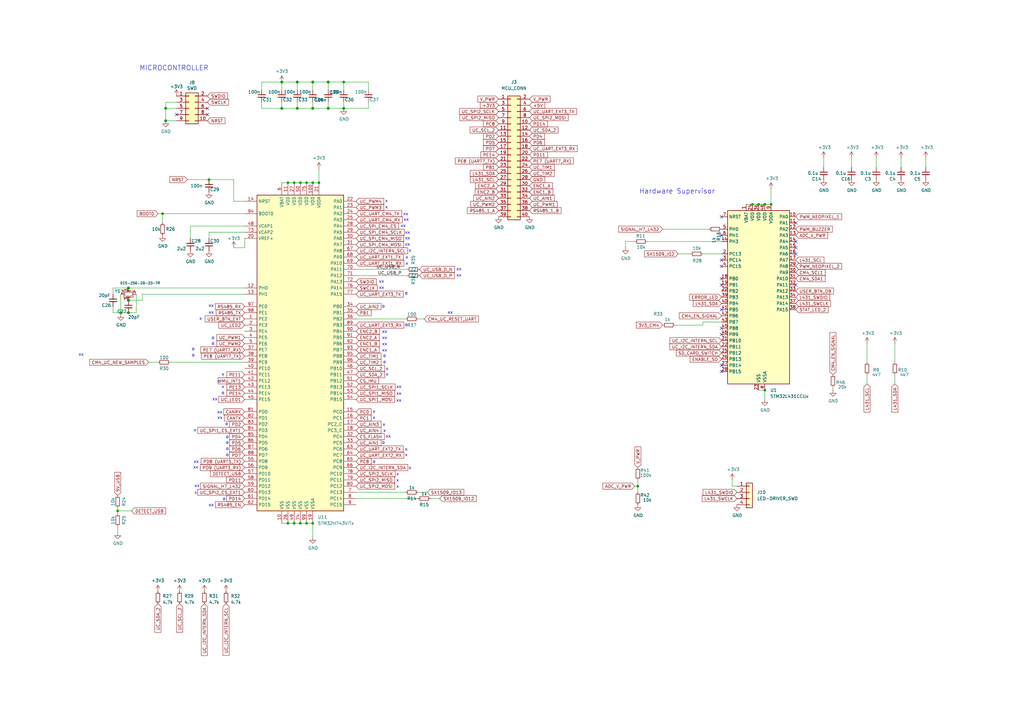
<source format=kicad_sch>
(kicad_sch (version 20250114) (generator "eeschema") (generator_version "9.0")
  (paper "A3")
  (text "xx" (at -33.274 4.572 0) (effects (font (size 1.27 1.27))))
  (text "o" (at 87.376 140.97 0) (effects (font (size 1.27 1.27))))
  (text "o" (at 92.964 173.99 0) (effects (font (size 1.27 1.27))))
  (text "xx" (at 163.576 164.338 0) (effects (font (size 1.27 1.27))))
  (text "MICROCONTROLLER" (at 57.15 29.21 0) (effects (font (size 2 2)) (justify left bottom)))
  (text "xx" (at 184.658 128.27 0) (effects (font (size 1.27 1.27))))
  (text "o" (at 93.218 186.69 0) (effects (font (size 1.27 1.27))))
  (text "o" (at 93.218 179.324 0) (effects (font (size 1.27 1.27))))
  (text "x" (at 91.44 158.75 0) (effects (font (size 1.27 1.27))))
  (text "x" (at 153.416 168.91 0) (effects (font (size 1.27 1.27))))
  (text "o" (at 157.734 146.05 0) (effects (font (size 1.27 1.27))))
  (text "x" (at 157.734 176.784 0) (effects (font (size 1.27 1.27))))
  (text "xx" (at 157.734 143.764 0) (effects (font (size 1.27 1.27))))
  (text "xx" (at 188.214 113.03 0) (effects (font (size 1.27 1.27))))
  (text "o" (at 89.916 156.464 0) (effects (font (size 1.27 1.27))))
  (text "o" (at 87.376 138.684 0) (effects (font (size 1.27 1.27))))
  (text "xx" (at 159.258 179.07 0) (effects (font (size 1.27 1.27))))
  (text "x" (at 158.75 153.67 0) (effects (font (size 1.27 1.27))))
  (text "o" (at 157.226 125.73 0) (effects (font (size 1.27 1.27))))
  (text "x" (at 158.75 151.384 0) (effects (font (size 1.27 1.27))))
  (text "x" (at 163.068 197.104 0) (effects (font (size 1.27 1.27))))
  (text "x" (at 91.44 153.67 0) (effects (font (size 1.27 1.27))))
  (text "o" (at 93.218 181.61 0) (effects (font (size 1.27 1.27))))
  (text "o" (at 157.226 181.61 0) (effects (font (size 1.27 1.27))))
  (text "xx" (at 156.464 115.57 0) (effects (font (size 1.27 1.27))))
  (text "x" (at 158.496 85.09 0) (effects (font (size 1.27 1.27))))
  (text "xx" (at 86.614 207.264 0) (effects (font (size 1.27 1.27))))
  (text "o" (at 91.948 204.724 0) (effects (font (size 1.27 1.27))))
  (text "xx" (at 33.274 145.542 0) (effects (font (size 1.27 1.27))))
  (text "xx" (at 163.576 158.75 0) (effects (font (size 1.27 1.27))))
  (text "o" (at 93.218 184.15 0) (effects (font (size 1.27 1.27))))
  (text "x" (at 166.878 108.204 0) (effects (font (size 1.27 1.27))))
  (text "xx" (at 80.518 189.484 0) (effects (font (size 1.27 1.27))))
  (text "xx" (at 167.132 97.79 0) (effects (font (size 1.27 1.27))))
  (text "o" (at 166.624 133.35 0) (effects (font (size 1.27 1.27))))
  (text "xx" (at 167.132 95.504 0) (effects (font (size 1.27 1.27))))
  (text "xx" (at 166.37 87.884 0) (effects (font (size 1.27 1.27))))
  (text "o" (at -36.068 1.778 0) (effects (font (size 1.27 1.27))))
  (text "xx" (at -33.274 7.112 0) (effects (font (size 1.27 1.27))))
  (text "xx" (at 157.734 136.144 0) (effects (font (size 1.27 1.27))))
  (text "xx" (at 90.17 169.164 0) (effects (font (size 1.27 1.27))))
  (text "xx" (at 86.614 128.27 0) (effects (font (size 1.27 1.27))))
  (text "x" (at 80.01 176.53 0) (effects (font (size 1.27 1.27))))
  (text "o" (at 166.624 120.396 0) (effects (font (size 1.27 1.27))))
  (text "x" (at 166.624 184.404 0) (effects (font (size 1.27 1.27))))
  (text "xx" (at 80.264 191.77 0) (effects (font (size 1.27 1.27))))
  (text "xx" (at 156.464 118.11 0) (effects (font (size 1.27 1.27))))
  (text "x" (at 157.48 174.244 0) (effects (font (size 1.27 1.27))))
  (text "xx" (at 90.17 171.45 0) (effects (font (size 1.27 1.27))))
  (text "xx" (at 166.624 90.17 0) (effects (font (size 1.27 1.27))))
  (text "o" (at 153.416 189.484 0) (effects (font (size 1.27 1.27))))
  (text "x" (at 166.624 186.69 0) (effects (font (size 1.27 1.27))))
  (text "x" (at 158.496 82.55 0) (effects (font (size 1.27 1.27))))
  (text "x" (at 168.148 192.024 0) (effects (font (size 1.27 1.27))))
  (text "o" (at 91.44 161.29 0) (effects (font (size 1.27 1.27))))
  (text "x" (at 168.148 102.87 0) (effects (font (size 1.27 1.27))))
  (text "x" (at -32.766 -8.382 0) (effects (font (size 1.27 1.27))))
  (text "x" (at 163.068 199.644 0) (effects (font (size 1.27 1.27))))
  (text "xx" (at 165.354 92.71 0) (effects (font (size 1.27 1.27))))
  (text "x" (at -32.766 -5.08 0) (effects (font (size 1.27 1.27))))
  (text "xx" (at 157.734 141.224 0) (effects (font (size 1.27 1.27))))
  (text "o" (at 79.248 143.256 0) (effects (font (size 1.27 1.27))))
  (text "xx" (at 80.772 199.39 0) (effects (font (size 1.27 1.27))))
  (text "x" (at 153.416 171.45 0) (effects (font (size 1.27 1.27))))
  (text "Hardware Supervisor" (at 262.128 79.756 0) (effects (font (size 2 2)) (justify left bottom)))
  (text "x" (at 80.264 202.184 0) (effects (font (size 1.27 1.27))))
  (text "x" (at 82.296 130.81 0) (effects (font (size 1.27 1.27))))
  (text "o" (at 79.248 145.796 0) (effects (font (size 1.27 1.27))))
  (text "x" (at 163.068 194.564 0) (effects (font (size 1.27 1.27))))
  (text "o" (at 157.734 148.59 0) (effects (font (size 1.27 1.27))))
  (text "xx" (at 86.614 125.476 0) (effects (font (size 1.27 1.27))))
  (text "xx" (at 157.734 138.684 0) (effects (font (size 1.27 1.27))))
  (text "x" (at 166.878 105.664 0) (effects (font (size 1.27 1.27))))
  (text "xx" (at 167.132 100.33 0) (effects (font (size 1.27 1.27))))
  (text "xx" (at 163.576 161.544 0) (effects (font (size 1.27 1.27))))
  (text "xx" (at 188.214 110.49 0) (effects (font (size 1.27 1.27))))
  (text "xx" (at 88.138 163.83 0) (effects (font (size 1.27 1.27))))
  (junction (at 134.62 44.45) (diameter 1.016))
  (junction (at 134.62 33.655) (diameter 1.016))
  (junction (at 125.73 74.93))
  (junction (at 52.705 128.27) (diameter 1.016))
  (junction (at 52.705 123.19) (diameter 1.016))
  (junction (at 308.61 83.82))
  (junction (at 313.69 83.82))
  (junction (at 48.26 209.55))
  (junction (at 67.945 49.53) (diameter 1.016))
  (junction (at 85.725 73.66))
  (junction (at 120.65 74.93))
  (junction (at 140.97 33.655))
  (junction (at 118.11 74.93))
  (junction (at 311.15 83.82))
  (junction (at 128.27 44.45) (diameter 1.016))
  (junction (at 121.92 44.45) (diameter 1.016))
  (junction (at 67.945 44.45) (diameter 1.016))
  (junction (at 120.65 214.63))
  (junction (at 128.27 33.655) (diameter 1.016))
  (junction (at 128.27 214.63))
  (junction (at 66.675 87.63))
  (junction (at 313.69 160.02))
  (junction (at 140.97 44.45) (diameter 1.016))
  (junction (at 125.73 214.63))
  (junction (at 115.57 33.655) (diameter 1.016))
  (junction (at 261.62 199.39))
  (junction (at 52.705 118.11) (diameter 1.016))
  (junction (at 49.53 128.27) (diameter 1.016))
  (junction (at 123.19 214.63))
  (junction (at 121.92 33.655) (diameter 1.016))
  (junction (at 123.19 74.93))
  (junction (at 128.27 74.93))
  (junction (at 316.23 83.82))
  (junction (at 130.81 74.93))
  (junction (at 115.57 44.45) (diameter 1.016))
  (junction (at 118.11 214.63))
  (no_connect (at 326.39 101.6))
  (no_connect (at 295.91 152.4))
  (no_connect (at 295.91 134.62))
  (no_connect (at 295.91 88.9))
  (no_connect (at 295.91 114.3))
  (no_connect (at 326.39 104.14))
  (no_connect (at 295.91 106.68))
  (no_connect (at 72.39 46.99))
  (no_connect (at 326.39 116.84))
  (no_connect (at 295.91 109.22))
  (no_connect (at 295.91 127))
  (no_connect (at 326.39 99.06))
  (no_connect (at 295.91 116.84))
  (no_connect (at 295.91 149.86))
  (no_connect (at 295.91 96.52))
  (no_connect (at 326.39 91.44))
  (no_connect (at 85.09 46.99))
  (no_connect (at 85.09 44.45))
  (no_connect (at 295.91 137.16))
  (wire (pts (xy 48.26 215.9) (xy 48.26 218.44)))
  (wire (pts (xy 46.355 118.11) (xy 46.355 120.65)))
  (wire (pts (xy 85.725 73.66) (xy 95.885 73.66)))
  (wire (pts (xy 120.65 214.63) (xy 123.19 214.63)))
  (wire (pts (xy 134.62 33.655) (xy 134.62 36.83)))
  (wire (pts (xy 265.43 99.06) (xy 295.91 99.06)))
  (wire (pts (xy 256.54 101.6) (xy 256.54 99.06)))
  (wire (pts (xy 76.835 73.66) (xy 85.725 73.66)))
  (wire (pts (xy 146.05 110.49) (xy 167.005 110.49)))
  (wire (pts (xy 121.92 44.45) (xy 128.27 44.45)))
  (wire (pts (xy 48.26 209.55) (xy 53.975 209.55)))
  (wire (pts (xy 140.97 44.45) (xy 140.97 41.91)))
  (wire (pts (xy 125.73 214.63) (xy 128.27 214.63)))
  (wire (pts (xy 66.675 87.63) (xy 66.675 91.44)))
  (wire (pts (xy 140.97 33.655) (xy 140.97 36.83)))
  (wire (pts (xy 78.105 92.71) (xy 100.33 92.71)))
  (wire (pts (xy 128.27 33.655) (xy 134.62 33.655)))
  (wire (pts (xy 72.39 44.45) (xy 67.945 44.45)))
  (wire (pts (xy 48.26 208.28) (xy 48.26 209.55)))
  (wire (pts (xy 69.85 148.59) (xy 100.33 148.59)))
  (wire (pts (xy 349.25 64.77) (xy 349.25 68.58)))
  (wire (pts (xy 72.39 41.91) (xy 67.945 41.91)))
  (wire (pts (xy 171.45 130.81) (xy 173.99 130.81)))
  (wire (pts (xy 118.11 214.63) (xy 120.65 214.63)))
  (wire (pts (xy 313.69 83.82) (xy 316.23 83.82)))
  (wire (pts (xy 276.86 133.35) (xy 288.29 133.35)))
  (wire (pts (xy 64.77 87.63) (xy 66.675 87.63)))
  (wire (pts (xy 107.315 41.91) (xy 107.315 44.45)))
  (wire (pts (xy 313.69 160.02) (xy 313.69 163.83)))
  (wire (pts (xy 176.53 204.47) (xy 180.34 204.47)))
  (wire (pts (xy 67.945 41.91) (xy 67.945 44.45)))
  (wire (pts (xy 140.97 33.655) (xy 151.13 33.655)))
  (wire (pts (xy 278.13 104.14) (xy 283.21 104.14)))
  (wire (pts (xy 261.62 199.39) (xy 261.62 201.93)))
  (wire (pts (xy 100.33 97.79) (xy 100.33 101.6)))
  (wire (pts (xy 121.92 33.655) (xy 128.27 33.655)))
  (wire (pts (xy 316.23 77.47) (xy 316.23 83.82)))
  (wire (pts (xy 288.29 133.35) (xy 288.29 132.08)))
  (wire (pts (xy 58.42 120.65) (xy 58.42 123.19)))
  (wire (pts (xy 125.73 74.93) (xy 128.27 74.93)))
  (wire (pts (xy 67.945 44.45) (xy 67.945 49.53)))
  (wire (pts (xy 120.65 74.93) (xy 123.19 74.93)))
  (wire (pts (xy 171.45 201.93) (xy 175.26 201.93)))
  (wire (pts (xy 134.62 41.91) (xy 134.62 44.45)))
  (wire (pts (xy 367.03 153.67) (xy 367.03 157.48)))
  (wire (pts (xy 115.57 33.655) (xy 107.315 33.655)))
  (wire (pts (xy 115.57 214.63) (xy 118.11 214.63)))
  (wire (pts (xy 367.03 140.97) (xy 367.03 148.59)))
  (wire (pts (xy 49.53 128.27) (xy 49.53 128.905)))
  (wire (pts (xy 379.73 64.77) (xy 379.73 68.58)))
  (wire (pts (xy 134.62 44.45) (xy 140.97 44.45)))
  (wire (pts (xy 355.6 140.97) (xy 355.6 148.59)))
  (wire (pts (xy 261.62 196.85) (xy 261.62 199.39)))
  (wire (pts (xy 359.41 64.77) (xy 359.41 68.58)))
  (wire (pts (xy 308.61 83.82) (xy 311.15 83.82)))
  (wire (pts (xy 55.88 128.27) (xy 52.705 128.27)))
  (wire (pts (xy 128.27 33.655) (xy 128.27 36.83)))
  (wire (pts (xy 128.27 44.45) (xy 134.62 44.45)))
  (wire (pts (xy 115.57 36.83) (xy 115.57 33.655)))
  (wire (pts (xy 128.27 41.91) (xy 128.27 44.45)))
  (wire (pts (xy 46.355 128.27) (xy 49.53 128.27)))
  (wire (pts (xy 115.57 74.93) (xy 118.11 74.93)))
  (wire (pts (xy 146.05 130.81) (xy 166.37 130.81)))
  (wire (pts (xy 151.13 44.45) (xy 140.97 44.45)))
  (wire (pts (xy 311.15 83.82) (xy 313.69 83.82)))
  (wire (pts (xy 123.19 214.63) (xy 125.73 214.63)))
  (wire (pts (xy 288.29 132.08) (xy 295.91 132.08)))
  (wire (pts (xy 115.57 44.45) (xy 121.92 44.45)))
  (wire (pts (xy 118.11 74.93) (xy 120.65 74.93)))
  (wire (pts (xy 121.92 41.91) (xy 121.92 44.45)))
  (wire (pts (xy 52.705 128.27) (xy 49.53 128.27)))
  (wire (pts (xy 48.26 209.55) (xy 48.26 210.82)))
  (wire (pts (xy 52.705 118.11) (xy 100.33 118.11)))
  (wire (pts (xy 146.05 201.93) (xy 166.37 201.93)))
  (wire (pts (xy 355.6 153.67) (xy 355.6 157.48)))
  (wire (pts (xy 341.63 160.02) (xy 341.63 158.75)))
  (wire (pts (xy 78.105 97.79) (xy 78.105 92.71)))
  (wire (pts (xy 128.27 220.345) (xy 128.27 214.63)))
  (wire (pts (xy 271.78 93.98) (xy 290.83 93.98)))
  (wire (pts (xy 66.675 87.63) (xy 100.33 87.63)))
  (wire (pts (xy 256.54 99.06) (xy 260.35 99.06)))
  (wire (pts (xy 107.315 33.655) (xy 107.315 36.83)))
  (wire (pts (xy 55.88 120.65) (xy 55.88 128.27)))
  (wire (pts (xy 95.885 82.55) (xy 95.885 73.66)))
  (wire (pts (xy 46.355 125.73) (xy 46.355 128.27)))
  (wire (pts (xy 85.725 97.79) (xy 85.725 95.25)))
  (wire (pts (xy 151.13 33.655) (xy 151.13 36.83)))
  (wire (pts (xy 369.57 64.77) (xy 369.57 68.58)))
  (wire (pts (xy 100.33 101.6) (xy 95.885 101.6)))
  (wire (pts (xy 52.705 123.19) (xy 58.42 123.19)))
  (wire (pts (xy 58.42 120.65) (xy 100.33 120.65)))
  (wire (pts (xy 300.355 199.39) (xy 302.26 199.39)))
  (wire (pts (xy 85.725 95.25) (xy 100.33 95.25)))
  (wire (pts (xy 128.27 74.93) (xy 130.81 74.93)))
  (wire (pts (xy 100.33 82.55) (xy 95.885 82.55)))
  (wire (pts (xy 134.62 33.655) (xy 140.97 33.655)))
  (wire (pts (xy 60.96 148.59) (xy 64.77 148.59)))
  (wire (pts (xy 288.29 104.14) (xy 295.91 104.14)))
  (wire (pts (xy 146.05 113.03) (xy 167.005 113.03)))
  (wire (pts (xy 146.05 204.47) (xy 171.45 204.47)))
  (wire (pts (xy 300.355 196.85) (xy 300.355 199.39)))
  (wire (pts (xy 49.53 120.65) (xy 49.53 128.27)))
  (wire (pts (xy 130.81 69.215) (xy 130.81 74.93)))
  (wire (pts (xy 311.15 160.02) (xy 313.69 160.02)))
  (wire (pts (xy 123.19 74.93) (xy 125.73 74.93)))
  (wire (pts (xy 261.62 199.39) (xy 260.35 199.39)))
  (wire (pts (xy 121.92 33.655) (xy 121.92 36.83)))
  (wire (pts (xy 337.82 64.77) (xy 337.82 68.58)))
  (wire (pts (xy 151.13 41.91) (xy 151.13 44.45)))
  (wire (pts (xy 52.705 118.11) (xy 46.355 118.11)))
  (wire (pts (xy 107.315 44.45) (xy 115.57 44.45)))
  (wire (pts (xy 115.57 33.655) (xy 121.92 33.655)))
  (wire (pts (xy 306.07 83.82) (xy 308.61 83.82)))
  (wire (pts (xy 115.57 41.91) (xy 115.57 44.45)))
  (wire (pts (xy 72.39 49.53) (xy 67.945 49.53)))
  (label "UC_USB_P" (at 154.94 113.03 0))
  (label "UC_USB_N" (at 154.305 110.49 0))
  (global_label "CM4_EN_SIGNAL" (shape input) (at 341.63 153.67 90) (property "Intersheetrefs" "${INTERSHEET_REFS}" (effects (hide yes))))
  (global_label "L431_SDA" (shape input) (at 367.03 157.48 270) (property "Intersheetrefs" "${INTERSHEET_REFS}" (effects (hide yes))))
  (global_label "ERROR_LED" (shape input) (at 295.91 121.92 180) (property "Intersheetrefs" "${INTERSHEET_REFS}" (effects (hide yes))))
  (global_label "UC_SPI2_MOSI" (shape input) (at 146.05 199.39 0) (property "Intersheetrefs" "${INTERSHEET_REFS}" (effects (hide yes))))
  (global_label "UC_USB_D_N" (shape input) (at 172.085 110.49 0) (property "Intersheetrefs" "${INTERSHEET_REFS}" (effects (hide yes))))
  (global_label "UC_SCL_2" (shape input) (at 73.66 247.65 270) (property "Intersheetrefs" "${INTERSHEET_REFS}" (effects (hide yes))))
  (global_label "ENC1_A" (shape input) (at 146.05 143.51 0) (property "Intersheetrefs" "${INTERSHEET_REFS}" (effects (hide yes))))
  (global_label "UC_UART_EXT1_RX" (shape input) (at 146.05 107.95 0) (property "Intersheetrefs" "${INTERSHEET_REFS}" (effects (hide yes))))
  (global_label "UC_UART_EXT2_TX" (shape input) (at 146.05 184.15 0) (property "Intersheetrefs" "${INTERSHEET_REFS}" (effects (hide yes))))
  (global_label "PD11" (shape input) (at 100.33 196.85 180) (property "Intersheetrefs" "${INTERSHEET_REFS}" (effects (hide yes))))
  (global_label "PD14" (shape input) (at 217.17 50.8 0) (property "Intersheetrefs" "${INTERSHEET_REFS}" (effects (hide yes))))
  (global_label "PE8 (UART7_TX)" (shape input) (at 100.33 146.05 180) (property "Intersheetrefs" "${INTERSHEET_REFS}" (effects (hide yes))))
  (global_label "PB1" (shape input) (at 204.47 68.58 180) (property "Intersheetrefs" "${INTERSHEET_REFS}" (effects (hide yes))))
  (global_label "UC_SPI1_CS_EXT1" (shape input) (at 100.33 176.53 180) (property "Intersheetrefs" "${INTERSHEET_REFS}" (effects (hide yes))))
  (global_label "PD14" (shape input) (at 100.33 204.47 180) (property "Intersheetrefs" "${INTERSHEET_REFS}" (effects (hide yes))))
  (global_label "UC_AIN1" (shape input) (at 217.17 81.28 0) (property "Intersheetrefs" "${INTERSHEET_REFS}" (effects (hide yes))))
  (global_label "UC_UART_EXT3_RX" (shape input) (at 146.05 133.35 0) (property "Intersheetrefs" "${INTERSHEET_REFS}" (effects (hide yes))))
  (global_label "5V_USB" (shape input) (at 48.26 203.2 90) (property "Intersheetrefs" "${INTERSHEET_REFS}" (effects (hide yes))))
  (global_label "PE7 (UART7_RX)" (shape input) (at 217.17 66.04 0) (property "Intersheetrefs" "${INTERSHEET_REFS}" (effects (hide yes))))
  (global_label "PWM_BUZZER" (shape input) (at 326.39 93.98 0) (property "Intersheetrefs" "${INTERSHEET_REFS}" (effects (hide yes))))
  (global_label "UC_TIM1" (shape input) (at 146.05 146.05 0) (property "Intersheetrefs" "${INTERSHEET_REFS}" (effects (hide yes))))
  (global_label "UC_SPI2_CS_EXT1" (shape input) (at 100.33 201.93 180) (property "Intersheetrefs" "${INTERSHEET_REFS}" (effects (hide yes))))
  (global_label "UC_TIM1" (shape input) (at 217.17 68.58 0) (property "Intersheetrefs" "${INTERSHEET_REFS}" (effects (hide yes))))
  (global_label "PD7" (shape input) (at 100.33 186.69 180) (property "Intersheetrefs" "${INTERSHEET_REFS}" (effects (hide yes))))
  (global_label "UC_SPI_CM4_CS" (shape input) (at 146.05 92.71 0) (property "Intersheetrefs" "${INTERSHEET_REFS}" (effects (hide yes))))
  (global_label "L431_SCL" (shape input) (at 204.47 73.66 180) (property "Intersheetrefs" "${INTERSHEET_REFS}" (effects (hide yes))))
  (global_label "UC_LED1" (shape input) (at 100.33 163.83 180) (property "Intersheetrefs" "${INTERSHEET_REFS}" (effects (hide yes))))
  (global_label "UC_I2C_INTERN_SCL" (shape input) (at 146.05 102.87 0) (property "Intersheetrefs" "${INTERSHEET_REFS}" (effects (hide yes))))
  (global_label "UC_UART_EXT1_TX" (shape input) (at 146.05 105.41 0) (property "Intersheetrefs" "${INTERSHEET_REFS}" (effects (hide yes))))
  (global_label "ENC2_A" (shape input) (at 146.05 138.43 0) (property "Intersheetrefs" "${INTERSHEET_REFS}" (effects (hide yes))))
  (global_label "PE7 (UART7_RX)" (shape input) (at 100.33 143.51 180) (property "Intersheetrefs" "${INTERSHEET_REFS}" (effects (hide yes))))
  (global_label "UC_UART_EXT3_TX" (shape input) (at 146.05 120.65 0) (property "Intersheetrefs" "${INTERSHEET_REFS}" (effects (hide yes))))
  (global_label "DETECT_USB" (shape input) (at 53.975 209.55 0) (property "Intersheetrefs" "${INTERSHEET_REFS}" (effects (hide yes))))
  (global_label "NRST" (shape input) (at 85.09 49.53 0) (property "Intersheetrefs" "${INTERSHEET_REFS}" (effects (hide yes))))
  (global_label "PC0" (shape input) (at 146.05 168.91 0) (property "Intersheetrefs" "${INTERSHEET_REFS}" (effects (hide yes))))
  (global_label "PD4" (shape input) (at 100.33 179.07 180) (property "Intersheetrefs" "${INTERSHEET_REFS}" (effects (hide yes))))
  (global_label "RS485_1_B" (shape input) (at 217.17 86.36 0) (property "Intersheetrefs" "${INTERSHEET_REFS}" (effects (hide yes))))
  (global_label "UC_UART_CM4_TX" (shape input) (at 146.05 87.63 0) (property "Intersheetrefs" "${INTERSHEET_REFS}" (effects (hide yes))))
  (global_label "CS_IMU" (shape input) (at 146.05 156.21 0) (property "Intersheetrefs" "${INTERSHEET_REFS}" (effects (hide yes))))
  (global_label "UC_SPI2_MISO" (shape input) (at 146.05 196.85 0) (property "Intersheetrefs" "${INTERSHEET_REFS}" (effects (hide yes))))
  (global_label "UC_PWM1" (shape input) (at 217.17 83.82 0) (property "Intersheetrefs" "${INTERSHEET_REFS}" (effects (hide yes))))
  (global_label "UC_AIN2" (shape input) (at 146.05 125.73 0) (property "Intersheetrefs" "${INTERSHEET_REFS}" (effects (hide yes))))
  (global_label "L431_SWCLK" (shape input) (at 326.39 124.46 0) (property "Intersheetrefs" "${INTERSHEET_REFS}" (effects (hide yes))))
  (global_label "SX1509_IO12" (shape input) (at 180.34 204.47 0) (property "Intersheetrefs" "${INTERSHEET_REFS}" (effects (hide yes))))
  (global_label "UC_SPI2_MOSI" (shape input) (at 217.17 48.26 0) (property "Intersheetrefs" "${INTERSHEET_REFS}" (effects (hide yes))))
  (global_label "L431_SWCLK" (shape input) (at 302.26 204.47 180) (property "Intersheetrefs" "${INTERSHEET_REFS}" (effects (hide yes))))
  (global_label "RS485_1_A" (shape input) (at 204.47 86.36 180) (property "Intersheetrefs" "${INTERSHEET_REFS}" (effects (hide yes))))
  (global_label "IMU_INT1" (shape input) (at 100.33 156.21 180) (property "Intersheetrefs" "${INTERSHEET_REFS}" (effects (hide yes))))
  (global_label "PD5" (shape input) (at 204.47 58.42 180) (property "Intersheetrefs" "${INTERSHEET_REFS}" (effects (hide yes))))
  (global_label "PC8" (shape input) (at 204.47 50.8 180) (property "Intersheetrefs" "${INTERSHEET_REFS}" (effects (hide yes))))
  (global_label "ENC2_A" (shape input) (at 204.47 76.2 180) (property "Intersheetrefs" "${INTERSHEET_REFS}" (effects (hide yes))))
  (global_label "PD5" (shape input) (at 100.33 181.61 180) (property "Intersheetrefs" "${INTERSHEET_REFS}" (effects (hide yes))))
  (global_label "RS485_TX" (shape input) (at 100.33 128.27 180) (property "Intersheetrefs" "${INTERSHEET_REFS}" (effects (hide yes))))
  (global_label "SWCLK" (shape input) (at 146.05 118.11 0) (property "Intersheetrefs" "${INTERSHEET_REFS}" (effects (hide yes))))
  (global_label "L431_SWDIO" (shape input) (at 326.39 121.92 0) (property "Intersheetrefs" "${INTERSHEET_REFS}" (effects (hide yes))))
  (global_label "L431_SDA" (shape input) (at 295.91 124.46 180) (property "Intersheetrefs" "${INTERSHEET_REFS}" (effects (hide yes))))
  (global_label "NRST" (shape input) (at 76.835 73.66 180) (property "Intersheetrefs" "${INTERSHEET_REFS}" (effects (hide yes))))
  (global_label "V_PWR" (shape input) (at 217.17 40.64 0) (property "Intersheetrefs" "${INTERSHEET_REFS}" (effects (hide yes))))
  (global_label "RS485_EN" (shape input) (at 100.33 207.01 180) (property "Intersheetrefs" "${INTERSHEET_REFS}" (effects (hide yes))))
  (global_label "V_PWR" (shape input) (at 204.47 40.64 180) (property "Intersheetrefs" "${INTERSHEET_REFS}" (effects (hide yes))))
  (global_label "SWDIO" (shape input) (at 146.05 115.57 0) (property "Intersheetrefs" "${INTERSHEET_REFS}" (effects (hide yes))))
  (global_label "UC_SPI2_SCLK" (shape input) (at 204.47 45.72 180) (property "Intersheetrefs" "${INTERSHEET_REFS}" (effects (hide yes))))
  (global_label "L431_SWDIO" (shape input) (at 302.26 201.93 180) (property "Intersheetrefs" "${INTERSHEET_REFS}" (effects (hide yes))))
  (global_label "UC_I2C_INTERN_SDA" (shape input) (at 146.05 191.77 0) (property "Intersheetrefs" "${INTERSHEET_REFS}" (effects (hide yes))))
  (global_label "PD11" (shape input) (at 217.17 63.5 0) (property "Intersheetrefs" "${INTERSHEET_REFS}" (effects (hide yes))))
  (global_label "PD7" (shape input) (at 204.47 60.96 180) (property "Intersheetrefs" "${INTERSHEET_REFS}" (effects (hide yes))))
  (global_label "UC_I2C_INTERN_SCL" (shape input) (at 295.91 139.7 180) (property "Intersheetrefs" "${INTERSHEET_REFS}" (effects (hide yes))))
  (global_label "CM4_UC_NEW_SAMPLES" (shape input) (at 60.96 148.59 180) (property "Intersheetrefs" "${INTERSHEET_REFS}" (effects (hide yes))))
  (global_label "USER_BTN_EXT" (shape input) (at 100.33 130.81 180) (property "Intersheetrefs" "${INTERSHEET_REFS}" (effects (hide yes))))
  (global_label "PD2" (shape input) (at 100.33 173.99 180) (property "Intersheetrefs" "${INTERSHEET_REFS}" (effects (hide yes))))
  (global_label "PWM_NEOPIXEL_1" (shape input) (at 326.39 88.9 0) (property "Intersheetrefs" "${INTERSHEET_REFS}" (effects (hide yes))))
  (global_label "ENC2_B" (shape input) (at 204.47 78.74 180) (property "Intersheetrefs" "${INTERSHEET_REFS}" (effects (hide yes))))
  (global_label "STAT_LED_2" (shape input) (at 326.39 127 0) (property "Intersheetrefs" "${INTERSHEET_REFS}" (effects (hide yes))))
  (global_label "3V3_CM4" (shape input) (at 271.78 133.35 180) (property "Intersheetrefs" "${INTERSHEET_REFS}" (effects (hide yes))))
  (global_label "L431_SCL" (shape input) (at 326.39 106.68 0) (property "Intersheetrefs" "${INTERSHEET_REFS}" (effects (hide yes))))
  (global_label "PD6" (shape input) (at 217.17 58.42 0) (property "Intersheetrefs" "${INTERSHEET_REFS}" (effects (hide yes))))
  (global_label "CM4_EN_SIGNAL" (shape input) (at 295.91 129.54 180) (property "Intersheetrefs" "${INTERSHEET_REFS}" (effects (hide yes))))
  (global_label "GND" (shape input) (at 217.17 73.66 0) (property "Intersheetrefs" "${INTERSHEET_REFS}" (effects (hide yes))))
  (global_label "UC_TIM2" (shape input) (at 217.17 71.12 0) (property "Intersheetrefs" "${INTERSHEET_REFS}" (effects (hide yes))))
  (global_label "UC_SCL_2" (shape input) (at 204.47 53.34 180) (property "Intersheetrefs" "${INTERSHEET_REFS}" (effects (hide yes))))
  (global_label "ENC2_B" (shape input) (at 146.05 135.89 0) (property "Intersheetrefs" "${INTERSHEET_REFS}" (effects (hide yes))))
  (global_label "USER_BTN_OB" (shape input) (at 326.39 119.38 0) (property "Intersheetrefs" "${INTERSHEET_REFS}" (effects (hide yes))))
  (global_label "UC_AIN1" (shape input) (at 146.05 181.61 0) (property "Intersheetrefs" "${INTERSHEET_REFS}" (effects (hide yes))))
  (global_label "SX1509_IO13" (shape input) (at 175.26 201.93 0) (property "Intersheetrefs" "${INTERSHEET_REFS}" (effects (hide yes))))
  (global_label "PE14" (shape input) (at 100.33 161.29 180) (property "Intersheetrefs" "${INTERSHEET_REFS}" (effects (hide yes))))
  (global_label "UC_AIN2" (shape input) (at 204.47 81.28 180) (property "Intersheetrefs" "${INTERSHEET_REFS}" (effects (hide yes))))
  (global_label "ENC1_B" (shape input) (at 217.17 78.74 0) (property "Intersheetrefs" "${INTERSHEET_REFS}" (effects (hide yes))))
  (global_label "PE13" (shape input) (at 100.33 158.75 180) (property "Intersheetrefs" "${INTERSHEET_REFS}" (effects (hide yes))))
  (global_label "PD9 (UART3_RX)" (shape input) (at 100.33 191.77 180) (property "Intersheetrefs" "${INTERSHEET_REFS}" (effects (hide yes))))
  (global_label "DETECT_USB" (shape input) (at 100.33 194.31 180) (property "Intersheetrefs" "${INTERSHEET_REFS}" (effects (hide yes))))
  (global_label "ENABLE_SD" (shape input) (at 295.91 147.32 180) (property "Intersheetrefs" "${INTERSHEET_REFS}" (effects (hide yes))))
  (global_label "UC_PWM2" (shape input) (at 204.47 83.82 180) (property "Intersheetrefs" "${INTERSHEET_REFS}" (effects (hide yes))))
  (global_label "UC_UART_EXT2_RX" (shape input) (at 146.05 186.69 0) (property "Intersheetrefs" "${INTERSHEET_REFS}" (effects (hide yes))))
  (global_label "UC_I2C_INTERN_SCL" (shape input) (at 92.71 247.65 270) (property "Intersheetrefs" "${INTERSHEET_REFS}" (effects (hide yes))))
  (global_label "UC_AIN4" (shape input) (at 146.05 176.53 0) (property "Intersheetrefs" "${INTERSHEET_REFS}" (effects (hide yes))))
  (global_label "UC_SDA_2" (shape input) (at 146.05 153.67 0) (property "Intersheetrefs" "${INTERSHEET_REFS}" (effects (hide yes))))
  (global_label "UC_TIM2" (shape input) (at 146.05 148.59 0) (property "Intersheetrefs" "${INTERSHEET_REFS}" (effects (hide yes))))
  (global_label "SD_CARD_SWITCH" (shape input) (at 295.91 144.78 180) (property "Intersheetrefs" "${INTERSHEET_REFS}" (effects (hide yes))))
  (global_label "SX1509_IO2" (shape input) (at 278.13 104.14 180) (property "Intersheetrefs" "${INTERSHEET_REFS}" (effects (hide yes))))
  (global_label "UC_SDA_2" (shape input) (at 64.77 247.65 270) (property "Intersheetrefs" "${INTERSHEET_REFS}" (effects (hide yes))))
  (global_label "L431_SCL" (shape input) (at 355.6 157.48 270) (property "Intersheetrefs" "${INTERSHEET_REFS}" (effects (hide yes))))
  (global_label "CM4_UC_RESET_UART" (shape input) (at 173.99 130.81 0) (property "Intersheetrefs" "${INTERSHEET_REFS}" (effects (hide yes))))
  (global_label "V_PWR" (shape input) (at 261.62 191.77 90) (property "Intersheetrefs" "${INTERSHEET_REFS}" (effects (hide yes))))
  (global_label "PC8" (shape input) (at 146.05 189.23 0) (property "Intersheetrefs" "${INTERSHEET_REFS}" (effects (hide yes))))
  (global_label "CANTX" (shape input) (at 100.33 171.45 180) (property "Intersheetrefs" "${INTERSHEET_REFS}" (effects (hide yes))))
  (global_label "UC_SPI1_MISO" (shape input) (at 146.05 161.29 0) (property "Intersheetrefs" "${INTERSHEET_REFS}" (effects (hide yes))))
  (global_label "PD8 (UART3_TX)" (shape input) (at 100.33 189.23 180) (property "Intersheetrefs" "${INTERSHEET_REFS}" (effects (hide yes))))
  (global_label "BOOT0" (shape input) (at 64.77 87.63 180) (property "Intersheetrefs" "${INTERSHEET_REFS}" (effects (hide yes))))
  (global_label "PWM_NEOPIXEL_2" (shape input) (at 326.39 109.22 0) (property "Intersheetrefs" "${INTERSHEET_REFS}" (effects (hide yes))))
  (global_label "PE8 (UART7_TX)" (shape input) (at 204.47 66.04 180) (property "Intersheetrefs" "${INTERSHEET_REFS}" (effects (hide yes))))
  (global_label "UC_SPI_CM4_SCLK" (shape input) (at 146.05 95.25 0) (property "Intersheetrefs" "${INTERSHEET_REFS}" (effects (hide yes))))
  (global_label "PD4" (shape input) (at 217.17 55.88 0) (property "Intersheetrefs" "${INTERSHEET_REFS}" (effects (hide yes))))
  (global_label "ADC_V_PWR" (shape input) (at 326.39 96.52 0) (property "Intersheetrefs" "${INTERSHEET_REFS}" (effects (hide yes))))
  (global_label "ENC1_A" (shape input) (at 217.17 76.2 0) (property "Intersheetrefs" "${INTERSHEET_REFS}" (effects (hide yes))))
  (global_label "CM4_SDA1" (shape input) (at 326.39 114.3 0) (property "Intersheetrefs" "${INTERSHEET_REFS}" (effects (hide yes))))
  (global_label "SIGNAL_H7_L432" (shape input) (at 100.33 199.39 180) (property "Intersheetrefs" "${INTERSHEET_REFS}" (effects (hide yes))))
  (global_label "L431_SDA" (shape input) (at 204.47 71.12 180) (property "Intersheetrefs" "${INTERSHEET_REFS}" (effects (hide yes))))
  (global_label "UC_PWM3" (shape input) (at 146.05 85.09 0) (property "Intersheetrefs" "${INTERSHEET_REFS}" (effects (hide yes))))
  (global_label "ADC_V_PWR" (shape input) (at 260.35 199.39 180) (property "Intersheetrefs" "${INTERSHEET_REFS}" (effects (hide yes))))
  (global_label "CM4_SCL1" (shape input) (at 326.39 111.76 0) (property "Intersheetrefs" "${INTERSHEET_REFS}" (effects (hide yes))))
  (global_label "UC_UART_EXT3_TX" (shape input) (at 217.17 45.72 0) (property "Intersheetrefs" "${INTERSHEET_REFS}" (effects (hide yes))))
  (global_label "UC_PWM2" (shape input) (at 100.33 140.97 180) (property "Intersheetrefs" "${INTERSHEET_REFS}" (effects (hide yes))))
  (global_label "UC_UART_CM4_RX" (shape input) (at 146.05 90.17 0) (property "Intersheetrefs" "${INTERSHEET_REFS}" (effects (hide yes))))
  (global_label "SIGNAL_H7_L432" (shape input) (at 271.78 93.98 180) (property "Intersheetrefs" "${INTERSHEET_REFS}" (effects (hide yes))))
  (global_label "ENC1_B" (shape input) (at 146.05 140.97 0) (property "Intersheetrefs" "${INTERSHEET_REFS}" (effects (hide yes))))
  (global_label "UC_PWM1" (shape input) (at 100.33 138.43 180) (property "Intersheetrefs" "${INTERSHEET_REFS}" (effects (hide yes))))
  (global_label "UC_SPI1_SCLK" (shape input) (at 146.05 158.75 0) (property "Intersheetrefs" "${INTERSHEET_REFS}" (effects (hide yes))))
  (global_label "UC_AIN3" (shape input) (at 146.05 173.99 0) (property "Intersheetrefs" "${INTERSHEET_REFS}" (effects (hide yes))))
  (global_label "UC_SPI2_SCLK" (shape input) (at 146.05 194.31 0) (property "Intersheetrefs" "${INTERSHEET_REFS}" (effects (hide yes))))
  (global_label "UC_SCL_2" (shape input) (at 146.05 151.13 0) (property "Intersheetrefs" "${INTERSHEET_REFS}" (effects (hide yes))))
  (global_label "PC1" (shape input) (at 146.05 171.45 0) (property "Intersheetrefs" "${INTERSHEET_REFS}" (effects (hide yes))))
  (global_label "UC_I2C_INTERN_SDA" (shape input) (at 83.82 247.65 270) (property "Intersheetrefs" "${INTERSHEET_REFS}" (effects (hide yes))))
  (global_label "UC_UART_EXT3_RX" (shape input) (at 217.17 60.96 0) (property "Intersheetrefs" "${INTERSHEET_REFS}" (effects (hide yes))))
  (global_label "UC_LED2" (shape input) (at 100.33 133.35 180) (property "Intersheetrefs" "${INTERSHEET_REFS}" (effects (hide yes))))
  (global_label "PD6" (shape input) (at 100.33 184.15 180) (property "Intersheetrefs" "${INTERSHEET_REFS}" (effects (hide yes))))
  (global_label "CANRX" (shape input) (at 100.33 168.91 180) (property "Intersheetrefs" "${INTERSHEET_REFS}" (effects (hide yes))))
  (global_label "PE14" (shape input) (at 204.47 63.5 180) (property "Intersheetrefs" "${INTERSHEET_REFS}" (effects (hide yes))))
  (global_label "UC_SPI_CM4_MOSI" (shape input) (at 146.05 100.33 0) (property "Intersheetrefs" "${INTERSHEET_REFS}" (effects (hide yes))))
  (global_label "+5V" (shape input) (at 217.17 43.18 0) (property "Intersheetrefs" "${INTERSHEET_REFS}" (effects (hide yes))))
  (global_label "UC_SDA_2" (shape input) (at 217.17 53.34 0) (property "Intersheetrefs" "${INTERSHEET_REFS}" (effects (hide yes))))
  (global_label "SWCLK" (shape input) (at 85.09 41.91 0) (property "Intersheetrefs" "${INTERSHEET_REFS}" (effects (hide yes))))
  (global_label "UC_USB_D_P" (shape input) (at 172.085 113.03 0) (property "Intersheetrefs" "${INTERSHEET_REFS}" (effects (hide yes))))
  (global_label "SWDIO" (shape input) (at 85.09 39.37 0) (property "Intersheetrefs" "${INTERSHEET_REFS}" (effects (hide yes))))
  (global_label "UC_SPI1_MOSI" (shape input) (at 146.05 163.83 0) (property "Intersheetrefs" "${INTERSHEET_REFS}" (effects (hide yes))))
  (global_label "UC_SPI_CM4_MISO" (shape input) (at 146.05 97.79 0) (property "Intersheetrefs" "${INTERSHEET_REFS}" (effects (hide yes))))
  (global_label "RS485_RX" (shape input) (at 100.33 125.73 180) (property "Intersheetrefs" "${INTERSHEET_REFS}" (effects (hide yes))))
  (global_label "PD2" (shape input) (at 204.47 55.88 180) (property "Intersheetrefs" "${INTERSHEET_REFS}" (effects (hide yes))))
  (global_label "CS_FLASH" (shape input) (at 146.05 179.07 0) (property "Intersheetrefs" "${INTERSHEET_REFS}" (effects (hide yes))))
  (global_label "UC_SPI2_MISO" (shape input) (at 204.47 48.26 180) (property "Intersheetrefs" "${INTERSHEET_REFS}" (effects (hide yes))))
  (global_label "UC_I2C_INTERN_SDA" (shape input) (at 295.91 142.24 180) (property "Intersheetrefs" "${INTERSHEET_REFS}" (effects (hide yes))))
  (global_label "+3V3" (shape input) (at 204.47 43.18 180) (property "Intersheetrefs" "${INTERSHEET_REFS}" (effects (hide yes))))
  (global_label "PB1" (shape input) (at 146.05 128.27 0) (property "Intersheetrefs" "${INTERSHEET_REFS}" (effects (hide yes))))
  (global_label "PE11" (shape input) (at 100.33 153.67 180) (property "Intersheetrefs" "${INTERSHEET_REFS}" (effects (hide yes))))
  (global_label "UC_PWM4" (shape input) (at 146.05 82.55 0) (property "Intersheetrefs" "${INTERSHEET_REFS}" (effects (hide yes))))
  (symbol (lib_id "power:+3V3") (at 369.57 64.77 0) (unit 1)
    (property "Reference" "#PWR025" (effects (hide yes)))
    (property "Value" "+3V3" (at 369.9383 60.4456 0))
  )
  (symbol (lib_id "power:GND") (at 349.25 73.66 0) (unit 1)
    (property "Reference" "#PWR0238" (effects (hide yes)))
    (property "Value" "GND" (at 349.377 78.0542 0))
  )
  (symbol (lib_id "power:+3.3V") (at 73.66 242.57 0) (unit 1)
    (property "Reference" "#PWR064" (effects (hide yes)))
    (property "Value" "+3V3" (at 73.66 238.125 0))
  )
  (symbol (lib_id "power:GND") (at 256.54 101.6 0) (unit 1)
    (property "Reference" "#PWR054" (effects (hide yes)))
    (property "Value" "GND" (at 256.667 105.9942 0))
  )
  (symbol (lib_id "power:+3V3") (at 72.39 39.37 0) (unit 1)
    (property "Reference" "#PWR061" (effects (hide yes)))
    (property "Value" "+3V3" (at 72.3929 35.5206 0))
  )
  (symbol (lib_id "Device:R_Small") (at 262.89 99.06 270) (unit 1)
    (property "Reference" "R11" (at 260.858 96.774 90) (effects (justify left)))
    (property "Value" "10k" (at 261.112 101.346 90) (effects (justify left)))
    (property "Footprint" "Resistor_SMD:R_0603_1608Metric" (effects (hide yes)))
  )
  (symbol (lib_id "power:+3V3") (at 349.25 64.77 0) (unit 1)
    (property "Reference" "#PWR013" (effects (hide yes)))
    (property "Value" "+3V3" (at 349.6183 60.4456 0))
  )
  (symbol (lib_id "Device:C_Small") (at 369.57 71.12 0) (unit 1)
    (property "Reference" "C4" (at 364.744 73.406 0) (effects (justify left)))
    (property "Value" "0.1u" (at 363.004 70.999 0) (effects (justify left)))
    (property "Footprint" "Capacitor_SMD:C_0603_1608Metric" (effects (hide yes)))
  )
  (symbol (lib_id "power:+3V3") (at 355.6 140.97 0) (unit 1)
    (property "Reference" "#PWR039" (effects (hide yes)))
    (property "Value" "+3V3" (at 355.9683 136.6456 0))
  )
  (symbol (lib_id "power:GND") (at 66.675 96.52 0) (unit 1)
    (property "Reference" "#PWR058" (effects (hide yes)))
    (property "Value" "GND" (at 66.802 100.9142 0))
  )
  (symbol (lib_id "Device:C_Small") (at 140.97 39.37 0) (unit 1)
    (property "Reference" "C36" (at 141.351 40.8939 0) (effects (justify left)))
    (property "Value" "100n" (at 135.382 37.7189 0) (effects (justify left)))
    (property "Footprint" "Capacitor_SMD:C_0603_1608Metric" (effects (hide yes)))
  )
  (symbol (lib_id "Device:R_Small") (at 92.71 245.11 0) (unit 1)
    (property "Reference" "R32" (at 94.615 244.4749 0) (effects (justify left)))
    (property "Value" "4.7k" (at 94.615 247.0149 0) (effects (justify left)))
    (property "Footprint" "Resistor_SMD:R_0603_1608Metric" (effects (hide yes)))
  )
  (symbol (lib_id "Device:R_Small") (at 293.37 93.98 90) (unit 1)
    (property "Reference" "R16" (at 294.7606 98.8313 0) (effects (justify left)))
    (property "Value" "1k" (at 292.735 99.695 0) (effects (justify left)))
    (property "Footprint" "Resistor_SMD:R_0603_1608Metric" (effects (hide yes)))
  )
  (symbol (lib_id "Device:C_Small") (at 46.355 123.19 0) (unit 1)
    (property "Reference" "C26" (at 41.6942 125.2156 0) (effects (justify left)))
    (property "Value" "20pF" (at 40.424 121.164 0) (effects (justify left)))
    (property "Footprint" "Capacitor_SMD:C_0603_1608Metric" (effects (hide yes)))
  )
  (symbol (lib_id "Device:R_Small") (at 355.6 151.13 180) (unit 1)
    (property "Reference" "R9" (at 360.68 151.765 0) (effects (justify left)))
    (property "Value" "4k7" (at 361.315 153.67 0) (effects (justify left)))
    (property "Footprint" "Resistor_SMD:R_0603_1608Metric" (effects (hide yes)))
  )
  (symbol (lib_id "Device:C_Small") (at 379.73 71.12 0) (unit 1)
    (property "Reference" "C5" (at 374.904 73.406 0) (effects (justify left)))
    (property "Value" "0.1u" (at 373.164 70.999 0) (effects (justify left)))
    (property "Footprint" "Capacitor_SMD:C_0603_1608Metric" (effects (hide yes)))
  )
  (symbol (lib_id "Device:R_Small") (at 67.31 148.59 270) (unit 1)
    (property "Reference" "R30" (at 67.31 151.13 90))
    (property "Value" "100" (at 67.31 146.685 90))
    (property "Footprint" "Resistor_SMD:R_0603_1608Metric" (effects (hide yes)))
  )
  (symbol (lib_id "Device:R_Small") (at 66.675 93.98 0) (unit 1)
    (property "Reference" "R26" (at 67.945 93.98 0) (effects (justify left)))
    (property "Value" "10k" (at 62.23 93.98 0) (effects (justify left)))
    (property "Footprint" "Resistor_SMD:R_0603_1608Metric" (effects (hide yes)))
  )
  (symbol (lib_id "power:GND") (at 48.26 218.44 0) (unit 1)
    (property "Reference" "#PWR057" (effects (hide yes)))
    (property "Value" "GND" (at 48.387 222.8342 0))
  )
  (symbol (lib_id "Device:R_Small") (at 261.62 204.47 180) (unit 1)
    (property "Reference" "R42" (at 266.4713 203.0794 0) (effects (justify left)))
    (property "Value" "10k" (at 267.335 205.105 0) (effects (justify left)))
    (property "Footprint" "Resistor_SMD:R_0603_1608Metric" (effects (hide yes)))
  )
  (symbol (lib_id "power:GND") (at 128.27 220.345 0) (unit 1)
    (property "Reference" "#PWR071" (effects (hide yes)))
    (property "Value" "GND" (at 128.397 224.7392 0))
  )
  (symbol (lib_id "Device:R_Small") (at 48.26 205.74 0) (unit 1)
    (property "Reference" "R24" (at 50.8 205.74 90))
    (property "Value" "10k" (at 46.355 205.74 90))
    (property "Footprint" "Resistor_SMD:R_0603_1608Metric" (effects (hide yes)))
  )
  (symbol (lib_id "Device:R_Small") (at 64.77 245.11 0) (unit 1)
    (property "Reference" "R27" (at 66.675 244.4749 0) (effects (justify left)))
    (property "Value" "4.7k" (at 66.675 247.0149 0) (effects (justify left)))
    (property "Footprint" "Resistor_SMD:R_0603_1608Metric" (effects (hide yes)))
  )
  (symbol (lib_id "power:GND") (at 67.945 49.53 0) (unit 1)
    (property "Reference" "#PWR059" (effects (hide yes)))
    (property "Value" "GND" (at 68.072 53.9242 0))
  )
  (symbol (lib_id "Device:C_Small") (at 85.725 76.2 0) (unit 1)
    (property "Reference" "C29" (at 86.106 77.7239 0) (effects (justify left)))
    (property "Value" "100n" (at 78.105 76.2 0) (effects (justify left)))
    (property "Footprint" "Capacitor_SMD:C_0603_1608Metric" (effects (hide yes)))
  )
  (symbol (lib_id "Device:C_Small") (at 107.315 39.37 0) (unit 1)
    (property "Reference" "C31" (at 107.696 40.8939 0) (effects (justify left)))
    (property "Value" "100n" (at 101.727 37.7189 0) (effects (justify left)))
    (property "Footprint" "Capacitor_SMD:C_0603_1608Metric" (effects (hide yes)))
  )
  (symbol (lib_id "power:+3V3") (at 379.73 64.77 0) (unit 1)
    (property "Reference" "#PWR028" (effects (hide yes)))
    (property "Value" "+3V3" (at 380.0983 60.4456 0))
  )
  (symbol (lib_id "Device:C_Small") (at 134.62 39.37 0) (mirror x) (unit 1)
    (property "Reference" "C35" (at 135.001 37.8461 0) (effects (justify left)))
    (property "Value" "100n" (at 129.032 41.0211 0) (effects (justify left)))
    (property "Footprint" "Capacitor_SMD:C_0603_1608Metric" (effects (hide yes)))
  )
  (symbol (lib_id "Device:R_Small") (at 367.03 151.13 180) (unit 1)
    (property "Reference" "R10" (at 372.11 151.765 0) (effects (justify left)))
    (property "Value" "4k7" (at 372.745 153.67 0) (effects (justify left)))
    (property "Footprint" "Resistor_SMD:R_0603_1608Metric" (effects (hide yes)))
  )
  (symbol (lib_id "power:+3.3V") (at 130.81 69.215 0) (unit 1)
    (property "Reference" "#PWR072" (effects (hide yes)))
    (property "Value" "+3V3" (at 130.81 64.77 0))
  )
  (symbol (lib_id "Connector_Generic:Conn_01x04") (at 307.34 201.93 0) (unit 1)
    (property "Reference" "J10" (at 310.515 201.9299 0) (effects (justify left)))
    (property "Value" "LED-DRIVER_SWD" (at 310.515 204.4699 0) (effects (justify left)))
    (property "Footprint" "downloaded_parts:JST_SH_SM04B-SRSS-TB_1x04-1MP_P1.00mm_Horizontal" (effects (hide yes)))
  )
  (symbol (lib_id "Connector_Generic:Conn_02x05_Odd_Even") (at 77.47 44.45 0) (unit 1)
    (property "Reference" "J8" (at 78.74 33.8582 0))
    (property "Value" "SWD" (at 78.74 36.1696 0))
    (property "Footprint" "downloaded_parts:FTSH10501LDVK" (effects (hide yes)))
  )
  (symbol (lib_id "power:GND") (at 341.63 160.02 0) (unit 1)
    (property "Reference" "#PWR084" (effects (hide yes)))
    (property "Value" "GND" (at 341.757 164.4142 0))
  )
  (symbol (lib_id "Device:C_Small") (at 121.92 39.37 0) (unit 1)
    (property "Reference" "C33" (at 122.301 40.8939 0) (effects (justify left)))
    (property "Value" "100n" (at 116.332 37.7189 0) (effects (justify left)))
    (property "Footprint" "Capacitor_SMD:C_0603_1608Metric" (effects (hide yes)))
  )
  (symbol (lib_id "power:GND") (at 49.53 128.905 0) (unit 1)
    (property "Reference" "#PWR062" (effects (hide yes)))
    (property "Value" "GND" (at 49.657 133.2992 0))
  )
  (symbol (lib_id "power:+3.3V") (at 64.77 242.57 0) (unit 1)
    (property "Reference" "#PWR060" (effects (hide yes)))
    (property "Value" "+3V3" (at 64.77 238.125 0))
  )
  (symbol (lib_id "power:GND") (at 337.82 73.66 0) (unit 1)
    (property "Reference" "#PWR0142" (effects (hide yes)))
    (property "Value" "GND" (at 337.947 78.0542 0))
  )
  (symbol (lib_id "Device:R_Small") (at 168.91 130.81 270) (unit 1)
    (property "Reference" "R37" (at 168.91 133.35 90))
    (property "Value" "100" (at 168.91 128.905 90))
    (property "Footprint" "Resistor_SMD:R_0603_1608Metric" (effects (hide yes)))
  )
  (symbol (lib_id "Device:R_Small") (at 168.91 201.93 270) (unit 1)
    (property "Reference" "R14" (at 168.91 204.47 90))
    (property "Value" "1k" (at 168.91 200.025 90))
    (property "Footprint" "Resistor_SMD:R_0603_1608Metric" (effects (hide yes)))
  )
  (symbol (lib_id "Device:C_Small") (at 78.105 100.33 0) (mirror x) (unit 1)
    (property "Reference" "C28" (at 78.486 98.8061 0) (effects (justify left)))
    (property "Value" "2u2" (at 72.517 101.9811 0) (effects (justify left)))
    (property "Footprint" "Capacitor_SMD:C_0805_2012Metric" (effects (hide yes)))
  )
  (symbol (lib_id "Device:R_Small") (at 173.99 204.47 270) (unit 1)
    (property "Reference" "R15" (at 173.99 207.01 90))
    (property "Value" "1k" (at 173.99 202.565 90))
    (property "Footprint" "Resistor_SMD:R_0603_1608Metric" (effects (hide yes)))
  )
  (symbol (lib_id "power:GND") (at 369.57 73.66 0) (unit 1)
    (property "Reference" "#PWR027" (effects (hide yes)))
    (property "Value" "GND" (at 369.697 78.0542 0))
  )
  (symbol (lib_id "power:GND") (at 359.41 73.66 0) (unit 1)
    (property "Reference" "#PWR021" (effects (hide yes)))
    (property "Value" "GND" (at 359.537 78.0542 0))
  )
  (symbol (lib_id "Device:R_Small") (at 73.66 245.11 0) (unit 1)
    (property "Reference" "R29" (at 75.565 244.4749 0) (effects (justify left)))
    (property "Value" "4.7k" (at 75.565 247.0149 0) (effects (justify left)))
    (property "Footprint" "Resistor_SMD:R_0603_1608Metric" (effects (hide yes)))
  )
  (symbol (lib_id "Device:C_Small") (at 359.41 71.12 0) (unit 1)
    (property "Reference" "C3" (at 354.584 73.406 0) (effects (justify left)))
    (property "Value" "0.1u" (at 352.844 70.999 0) (effects (justify left)))
    (property "Footprint" "Capacitor_SMD:C_0603_1608Metric" (effects (hide yes)))
  )
  (symbol (lib_id "Connector_Generic:Conn_02x20_Odd_Even") (at 209.55 63.5 0) (unit 1)
    (property "Reference" "J3" (at 210.82 33.655 0))
    (property "Value" "MCU_CONN" (at 210.82 36.195 0))
    (property "Footprint" "Connector_PinHeader_2.54mm:PinHeader_2x20_P2.54mm_Vertical" (effects (hide yes)))
  )
  (symbol (lib_id "power:+3.3V") (at 83.82 242.57 0) (unit 1)
    (property "Reference" "#PWR067" (effects (hide yes)))
    (property "Value" "+3V3" (at 83.82 238.125 0))
  )
  (symbol (lib_id "Device:C_Small") (at 151.13 39.37 0) (unit 1)
    (property "Reference" "C37" (at 151.511 40.8939 0) (effects (justify left)))
    (property "Value" "100n" (at 145.542 37.7189 0) (effects (justify left)))
    (property "Footprint" "Capacitor_SMD:C_0603_1608Metric" (effects (hide yes)))
  )
  (symbol (lib_id "power:+3V3") (at 300.355 196.85 0) (unit 1)
    (property "Reference" "#PWR085" (effects (hide yes)))
    (property "Value" "+3V3" (at 300.7233 192.5256 0))
  )
  (symbol (lib_id "Device:R_Small") (at 169.545 110.49 90) (unit 1)
    (property "Reference" "R35" (at 169.545 108.585 0) (effects (justify left)))
    (property "Value" "22" (at 170.815 110.49 90) (effects (justify left)))
    (property "Footprint" "Resistor_SMD:R_0603_1608Metric" (effects (hide yes)))
  )
  (symbol (lib_id "power:GND") (at 261.62 207.01 0) (unit 1)
    (property "Reference" "#PWR079" (effects (hide yes)))
    (property "Value" "GND" (at 261.747 211.4042 0))
  )
  (symbol (lib_id "Device:C_Small") (at 128.27 39.37 0) (unit 1)
    (property "Reference" "C34" (at 128.651 40.8939 0) (effects (justify left)))
    (property "Value" "100n" (at 122.682 37.7189 0) (effects (justify left)))
    (property "Footprint" "Capacitor_SMD:C_0603_1608Metric" (effects (hide yes)))
  )
  (symbol (lib_id "power:+3V3") (at 337.82 64.77 0) (unit 1)
    (property "Reference" "#PWR014" (effects (hide yes)))
    (property "Value" "+3V3" (at 338.1883 60.4456 0))
  )
  (symbol (lib_id "power:+3V3") (at 359.41 64.77 0) (unit 1)
    (property "Reference" "#PWR019" (effects (hide yes)))
    (property "Value" "+3V3" (at 359.7783 60.4456 0))
  )
  (symbol (lib_id "Device:R_Small") (at 341.63 156.21 180) (unit 1)
    (property "Reference" "R46" (at 346.71 156.845 0) (effects (justify left)))
    (property "Value" "20k" (at 347.345 158.75 0) (effects (justify left)))
    (property "Footprint" "Resistor_SMD:R_0603_1608Metric" (effects (hide yes)))
  )
  (symbol (lib_id "power:GND") (at 85.725 102.87 0) (unit 1)
    (property "Reference" "#PWR066" (effects (hide yes)))
    (property "Value" "GND" (at 85.852 107.2642 0))
  )
  (symbol (lib_id "Device:R_Small") (at 83.82 245.11 0) (unit 1)
    (property "Reference" "R31" (at 85.725 244.4749 0) (effects (justify left)))
    (property "Value" "4.7k" (at 85.725 247.0149 0) (effects (justify left)))
    (property "Footprint" "Resistor_SMD:R_0603_1608Metric" (effects (hide yes)))
  )
  (symbol (lib_id "power:GND") (at 85.725 78.74 0) (unit 1)
    (property "Reference" "#PWR065" (effects (hide yes)))
    (property "Value" "GND" (at 85.852 83.1342 0))
  )
  (symbol (lib_id "Device:R_Small") (at 274.32 133.35 270) (unit 1)
    (property "Reference" "R33" (at 267.97 128.778 90) (effects (justify left)))
    (property "Value" "1k" (at 272.542 131.064 90) (effects (justify left)))
    (property "Footprint" "Resistor_SMD:R_0603_1608Metric" (effects (hide yes)))
  )
  (symbol (lib_id "power:GND") (at 204.47 88.9 0) (unit 1)
    (property "Reference" "#PWR055" (effects (hide yes)))
    (property "Value" "GND" (at 204.597 93.2942 0))
  )
  (symbol (lib_id "Device:R_Small") (at 169.545 113.03 90) (unit 1)
    (property "Reference" "R36" (at 169.545 116.84 0) (effects (justify left)))
    (property "Value" "22" (at 170.815 113.03 90) (effects (justify left)))
    (property "Footprint" "Resistor_SMD:R_0603_1608Metric" (effects (hide yes)))
  )
  (symbol (lib_id "Device:C_Small") (at 85.725 100.33 0) (mirror x) (unit 1)
    (property "Reference" "C30" (at 86.106 98.8061 0) (effects (justify left)))
    (property "Value" "2u2" (at 80.137 101.9811 0) (effects (justify left)))
    (property "Footprint" "Capacitor_SMD:C_0805_2012Metric" (effects (hide yes)))
  )
  (symbol (lib_id "power:+3.3V") (at 92.71 242.57 0) (unit 1)
    (property "Reference" "#PWR069" (effects (hide yes)))
    (property "Value" "+3V3" (at 92.71 238.125 0))
  )
  (symbol (lib_id "power:+3V3") (at 95.885 101.6 0) (unit 1)
    (property "Reference" "#PWR068" (effects (hide yes)))
    (property "Value" "+3V3" (at 95.8879 97.7506 0))
  )
  (symbol (lib_id "Device:Crystal_GND24_Small") (at 52.705 120.65 270) (unit 1)
    (property "Reference" "Y1" (at 46.99 119.38 90) (effects (justify left)))
    (property "Value" "‎ECS-250-20-33-TR‎" (at 49.276 116.084 90) (effects (font (size 1 1)) (justify left)))
    (property "Footprint" "downloaded_parts:ECS2501833BCKYTR" (effects (hide yes)))
  )
  (symbol (lib_id "Device:R_Small") (at 48.26 213.36 0) (unit 1)
    (property "Reference" "R25" (at 50.8 213.36 90))
    (property "Value" "10k" (at 46.355 213.36 90))
    (property "Footprint" "Resistor_SMD:R_0603_1608Metric" (effects (hide yes)))
  )
  (symbol (lib_id "MCU_ST_STM32H7:STM32H743VITx") (at 123.19 143.51 0) (unit 1)
    (property "Reference" "U11" (at 130.2894 212.09 0) (effects (justify left)))
    (property "Value" "STM32H743VITx" (at 130.2894 214.63 0) (effects (justify left)))
    (property "Footprint" "Package_QFP:LQFP-100_14x14mm_P0.5mm" (effects (hide yes)))
    (property "Datasheet" "http://www.st.com/st-web-ui/static/active/en/resource/technical/document/datasheet/DM00387108.pdf" (effects (hide yes)))
  )
  (symbol (lib_id "power:+3V3") (at 316.23 77.47 0) (unit 1)
    (property "Reference" "#PWR018" (effects (hide yes)))
    (property "Value" "+3V3" (at 316.5983 73.1456 0))
  )
  (symbol (lib_id "MCU_ST_STM32L4:STM32L431CCUx") (at 311.15 121.92 0) (unit 1)
    (property "Reference" "U1" (at 315.8841 160.02 0) (effects (justify left)))
    (property "Value" "STM32L431CCUx" (at 315.8841 162.56 0) (effects (justify left)))
    (property "Footprint" "Package_DFN_QFN:QFN-48-1EP_7x7mm_P0.5mm_EP5.6x5.6mm" (effects (hide yes)))
    (property "Datasheet" "https://www.st.com/resource/en/datasheet/stm32l431cc.pdf" (effects (hide yes)))
    (property "Description" "STMicroelectronics Arm Cortex-M4 MCU, 256KB flash, 64KB RAM, 80 MHz, 1.71-3.6V, 38 GPIO, UFQFPN48" (effects (hide yes)))
  )
  (symbol (lib_id "power:GND") (at 313.69 163.83 0) (unit 1)
    (property "Reference" "#PWR036" (effects (hide yes)))
    (property "Value" "GND" (at 313.817 168.2242 0))
  )
  (symbol (lib_id "Device:C_Small") (at 52.705 125.73 0) (unit 1)
    (property "Reference" "C27" (at 48.0442 127.7556 0) (effects (justify left)))
    (property "Value" "20pF" (at 52.489 130.054 0) (effects (justify left)))
    (property "Footprint" "Capacitor_SMD:C_0603_1608Metric" (effects (hide yes)))
  )
  (symbol (lib_id "power:GND") (at 379.73 73.66 0) (unit 1)
    (property "Reference" "#PWR032" (effects (hide yes)))
    (property "Value" "GND" (at 379.857 78.0542 0))
  )
  (symbol (lib_id "Device:C_Small") (at 337.82 71.12 0) (unit 1)
    (property "Reference" "C14" (at 332.994 73.406 0) (effects (justify left)))
    (property "Value" "0.1u" (at 331.254 70.999 0) (effects (justify left)))
    (property "Footprint" "Capacitor_SMD:C_0603_1608Metric" (effects (hide yes)))
  )
  (symbol (lib_id "power:+3.3V") (at 115.57 33.655 0) (unit 1)
    (property "Reference" "#PWR070" (effects (hide yes)))
    (property "Value" "+3V3" (at 115.57 29.21 0))
  )
  (symbol (lib_id "Device:C_Small") (at 115.57 39.37 0) (unit 1)
    (property "Reference" "C32" (at 115.951 40.8939 0) (effects (justify left)))
    (property "Value" "100n" (at 109.982 37.7189 0) (effects (justify left)))
    (property "Footprint" "Capacitor_SMD:C_0603_1608Metric" (effects (hide yes)))
  )
  (symbol (lib_id "power:+3V3") (at 367.03 140.97 0) (unit 1)
    (property "Reference" "#PWR012" (effects (hide yes)))
    (property "Value" "+3V3" (at 367.3983 136.6456 0))
  )
  (symbol (lib_id "Device:R_Small") (at 261.62 194.31 180) (unit 1)
    (property "Reference" "R41" (at 266.4713 192.9194 0) (effects (justify left)))
    (property "Value" "100k" (at 267.335 194.945 0) (effects (justify left)))
    (property "Footprint" "Resistor_SMD:R_0603_1608Metric" (effects (hide yes)))
  )
  (symbol (lib_id "power:GND") (at 78.105 102.87 0) (unit 1)
    (property "Reference" "#PWR063" (effects (hide yes)))
    (property "Value" "GND" (at 78.232 107.2642 0))
  )
  (symbol (lib_id "power:GND") (at 140.97 44.45 0) (unit 1)
    (property "Reference" "#PWR073" (effects (hide yes)))
    (property "Value" "GND" (at 141.097 48.8442 0))
  )
  (symbol (lib_id "power:GND") (at 302.26 207.01 0) (unit 1)
    (property "Reference" "#PWR086" (effects (hide yes)))
    (property "Value" "GND" (at 302.387 211.4042 0))
  )
  (symbol (lib_id "Device:C_Small") (at 349.25 71.12 0) (unit 1)
    (property "Reference" "C16" (at 344.932 73.406 0) (effects (justify left)))
    (property "Value" "0.1u" (at 342.684 70.999 0) (effects (justify left)))
    (property "Footprint" "Capacitor_SMD:C_0603_1608Metric" (effects (hide yes)))
  )
  (symbol (lib_id "power:GND") (at 217.17 88.9 0) (unit 1)
    (property "Reference" "#PWR056" (effects (hide yes)))
    (property "Value" "GND" (at 217.297 93.2942 0))
  )
  (symbol (lib_id "Device:R_Small") (at 285.75 104.14 270) (unit 1)
    (property "Reference" "R28" (at 283.972 106.934 90) (effects (justify left)))
    (property "Value" "10k" (at 283.972 101.854 90) (effects (justify left)))
    (property "Footprint" "Resistor_SMD:R_0603_1608Metric" (effects (hide yes)))
  )
)
</source>
